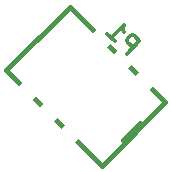
<source format=gbo>
G04 #@! TF.GenerationSoftware,KiCad,Pcbnew,(5.99.0-490-gc7ce93e10)*
G04 #@! TF.CreationDate,2019-12-10T12:04:11+01:00*
G04 #@! TF.ProjectId,LED_Panel_Flat,4c45445f-5061-46e6-956c-5f466c61742e,rev?*
G04 #@! TF.SameCoordinates,Original*
G04 #@! TF.FileFunction,Legend,Bot*
G04 #@! TF.FilePolarity,Positive*
%FSLAX46Y46*%
G04 Gerber Fmt 4.6, Leading zero omitted, Abs format (unit mm)*
G04 Created by KiCad (PCBNEW (5.99.0-490-gc7ce93e10)) date 2019-12-10 12:04:11*
%MOMM*%
%LPD*%
G04 APERTURE LIST*
%ADD10C,0.381000*%
%ADD11C,0.304800*%
%ADD12C,6.000000*%
G04 APERTURE END LIST*
D10*
X124101974Y-98713821D02*
X118713821Y-104101974D01*
X132184205Y-106796051D02*
X124101974Y-98713821D01*
X126796051Y-112184205D02*
X132184205Y-106796051D01*
X118713821Y-104101974D02*
X126796051Y-112184205D01*
X130028943Y-108592102D02*
X128592102Y-110028943D01*
D11*
X128899996Y-102690791D02*
X129977627Y-101613160D01*
X129567101Y-101202635D01*
X129413153Y-101151319D01*
X129310522Y-101151319D01*
X129156575Y-101202635D01*
X129002627Y-101356582D01*
X128951312Y-101510529D01*
X128951312Y-101613160D01*
X129002627Y-101767108D01*
X129413153Y-102177634D01*
X127257892Y-101048687D02*
X127873681Y-101664476D01*
X127565787Y-101356582D02*
X128643417Y-100278951D01*
X128592102Y-100535530D01*
X128592102Y-100740793D01*
X128643417Y-100894740D01*
%LPC*%
D12*
X160000000Y-113000000D03*
X160000000Y-71000000D03*
G36*
X131120009Y-105449013D02*
G01*
X129041115Y-107527907D01*
X127860247Y-106347039D01*
X129939141Y-104268145D01*
X131120009Y-105449013D01*
G37*
G36*
X126629881Y-108143089D02*
G01*
X124550987Y-110221983D01*
X123370119Y-109041115D01*
X125449013Y-106962221D01*
X126629881Y-108143089D01*
G37*
G36*
X129323958Y-103652961D02*
G01*
X127245064Y-105731855D01*
X126064196Y-104550987D01*
X128143090Y-102472093D01*
X129323958Y-103652961D01*
G37*
G36*
X124833830Y-106347038D02*
G01*
X122754936Y-108425932D01*
X121574068Y-107245064D01*
X123652962Y-105166170D01*
X124833830Y-106347038D01*
G37*
G36*
X127527907Y-101856910D02*
G01*
X125449013Y-103935804D01*
X124268145Y-102754936D01*
X126347039Y-100676042D01*
X127527907Y-101856910D01*
G37*
G36*
X123037779Y-104550987D02*
G01*
X120958885Y-106629881D01*
X119778017Y-105449013D01*
X121856911Y-103370119D01*
X123037779Y-104550987D01*
G37*
X118000000Y-71000000D03*
X118000000Y-113000000D03*
M02*

</source>
